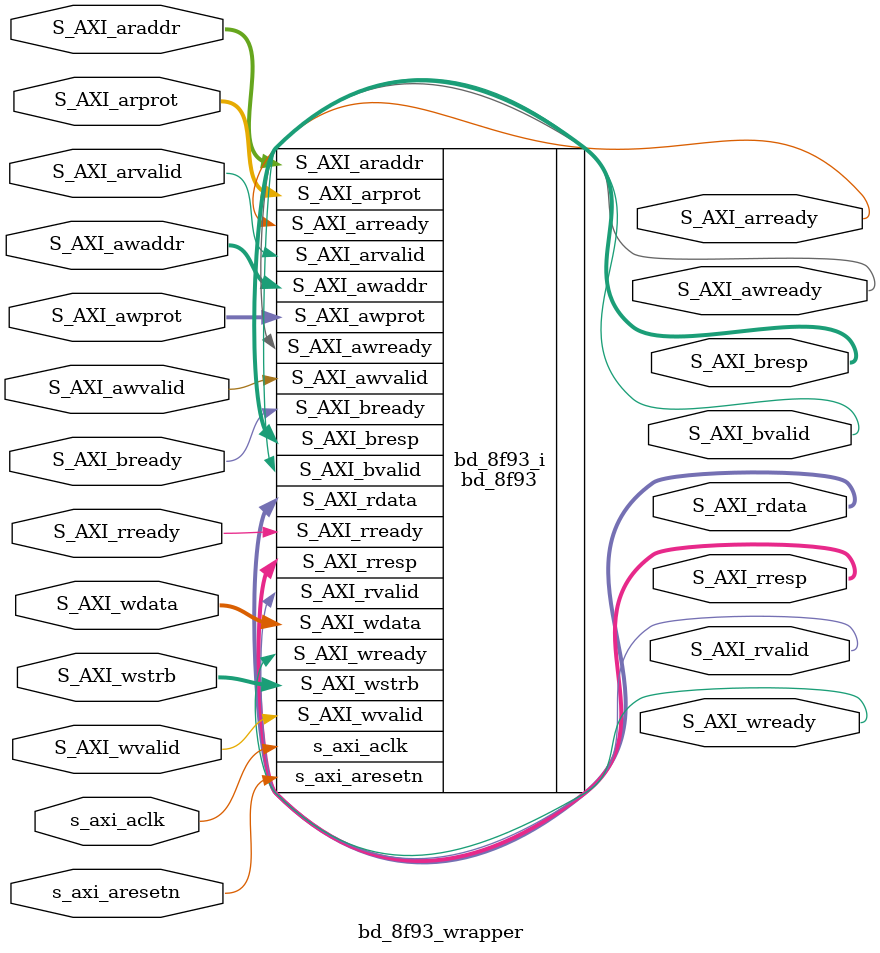
<source format=v>
`timescale 1 ps / 1 ps

module bd_8f93_wrapper
   (S_AXI_araddr,
    S_AXI_arprot,
    S_AXI_arready,
    S_AXI_arvalid,
    S_AXI_awaddr,
    S_AXI_awprot,
    S_AXI_awready,
    S_AXI_awvalid,
    S_AXI_bready,
    S_AXI_bresp,
    S_AXI_bvalid,
    S_AXI_rdata,
    S_AXI_rready,
    S_AXI_rresp,
    S_AXI_rvalid,
    S_AXI_wdata,
    S_AXI_wready,
    S_AXI_wstrb,
    S_AXI_wvalid,
    s_axi_aclk,
    s_axi_aresetn);
  input [4:0]S_AXI_araddr;
  input [2:0]S_AXI_arprot;
  output S_AXI_arready;
  input S_AXI_arvalid;
  input [4:0]S_AXI_awaddr;
  input [2:0]S_AXI_awprot;
  output S_AXI_awready;
  input S_AXI_awvalid;
  input S_AXI_bready;
  output [1:0]S_AXI_bresp;
  output S_AXI_bvalid;
  output [31:0]S_AXI_rdata;
  input S_AXI_rready;
  output [1:0]S_AXI_rresp;
  output S_AXI_rvalid;
  input [31:0]S_AXI_wdata;
  output S_AXI_wready;
  input [3:0]S_AXI_wstrb;
  input S_AXI_wvalid;
  input s_axi_aclk;
  input s_axi_aresetn;

  wire [4:0]S_AXI_araddr;
  wire [2:0]S_AXI_arprot;
  wire S_AXI_arready;
  wire S_AXI_arvalid;
  wire [4:0]S_AXI_awaddr;
  wire [2:0]S_AXI_awprot;
  wire S_AXI_awready;
  wire S_AXI_awvalid;
  wire S_AXI_bready;
  wire [1:0]S_AXI_bresp;
  wire S_AXI_bvalid;
  wire [31:0]S_AXI_rdata;
  wire S_AXI_rready;
  wire [1:0]S_AXI_rresp;
  wire S_AXI_rvalid;
  wire [31:0]S_AXI_wdata;
  wire S_AXI_wready;
  wire [3:0]S_AXI_wstrb;
  wire S_AXI_wvalid;
  wire s_axi_aclk;
  wire s_axi_aresetn;

  bd_8f93 bd_8f93_i
       (.S_AXI_araddr(S_AXI_araddr),
        .S_AXI_arprot(S_AXI_arprot),
        .S_AXI_arready(S_AXI_arready),
        .S_AXI_arvalid(S_AXI_arvalid),
        .S_AXI_awaddr(S_AXI_awaddr),
        .S_AXI_awprot(S_AXI_awprot),
        .S_AXI_awready(S_AXI_awready),
        .S_AXI_awvalid(S_AXI_awvalid),
        .S_AXI_bready(S_AXI_bready),
        .S_AXI_bresp(S_AXI_bresp),
        .S_AXI_bvalid(S_AXI_bvalid),
        .S_AXI_rdata(S_AXI_rdata),
        .S_AXI_rready(S_AXI_rready),
        .S_AXI_rresp(S_AXI_rresp),
        .S_AXI_rvalid(S_AXI_rvalid),
        .S_AXI_wdata(S_AXI_wdata),
        .S_AXI_wready(S_AXI_wready),
        .S_AXI_wstrb(S_AXI_wstrb),
        .S_AXI_wvalid(S_AXI_wvalid),
        .s_axi_aclk(s_axi_aclk),
        .s_axi_aresetn(s_axi_aresetn));
endmodule

</source>
